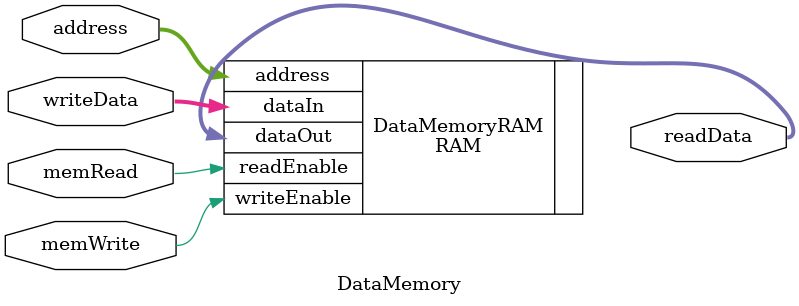
<source format=v>
module DataMemory (
  input memWrite,
  input memRead,
  input [31:0] address,
  input [31:0] writeData,
  output [31:0] readData
);

RAM DataMemoryRAM(
  .writeEnable(memWrite),
  .readEnable(memRead),
  .address(address),
  .dataIn(writeData),
  .dataOut(readData)
);

endmodule

</source>
